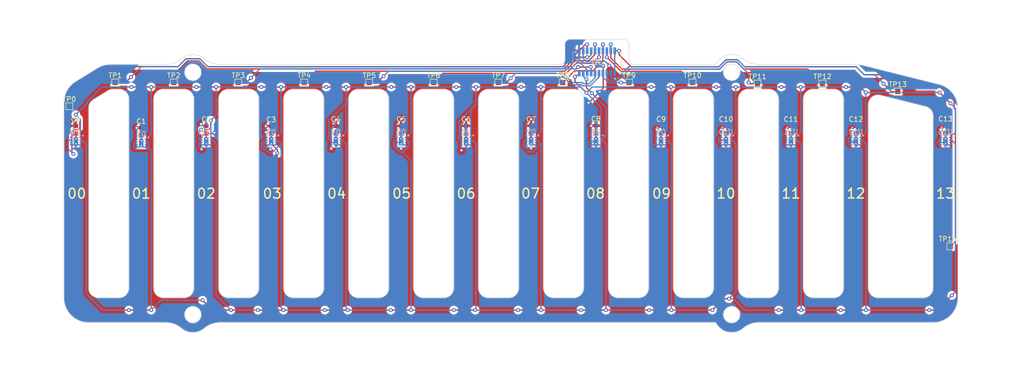
<source format=kicad_pcb>
(kicad_pcb
	(version 20240108)
	(generator "pcbnew")
	(generator_version "8.0")
	(general
		(thickness 1.6)
		(legacy_teardrops no)
	)
	(paper "A4")
	(layers
		(0 "F.Cu" signal)
		(31 "B.Cu" signal)
		(32 "B.Adhes" user "B.Adhesive")
		(33 "F.Adhes" user "F.Adhesive")
		(34 "B.Paste" user)
		(35 "F.Paste" user)
		(36 "B.SilkS" user "B.Silkscreen")
		(37 "F.SilkS" user "F.Silkscreen")
		(38 "B.Mask" user)
		(39 "F.Mask" user)
		(40 "Dwgs.User" user "User.Drawings")
		(41 "Cmts.User" user "User.Comments")
		(42 "Eco1.User" user "User.Eco1")
		(43 "Eco2.User" user "User.Eco2")
		(44 "Edge.Cuts" user)
		(45 "Margin" user)
		(46 "B.CrtYd" user "B.Courtyard")
		(47 "F.CrtYd" user "F.Courtyard")
		(48 "B.Fab" user)
		(49 "F.Fab" user)
		(50 "User.1" user)
		(51 "User.2" user)
		(52 "User.3" user)
		(53 "User.4" user)
		(54 "User.5" user)
		(55 "User.6" user)
		(56 "User.7" user)
		(57 "User.8" user)
		(58 "User.9" user)
	)
	(setup
		(stackup
			(layer "F.SilkS"
				(type "Top Silk Screen")
			)
			(layer "F.Paste"
				(type "Top Solder Paste")
			)
			(layer "F.Mask"
				(type "Top Solder Mask")
				(thickness 0.01)
			)
			(layer "F.Cu"
				(type "copper")
				(thickness 0.035)
			)
			(layer "dielectric 1"
				(type "core")
				(thickness 1.51)
				(material "FR4")
				(epsilon_r 4.5)
				(loss_tangent 0.02)
			)
			(layer "B.Cu"
				(type "copper")
				(thickness 0.035)
			)
			(layer "B.Mask"
				(type "Bottom Solder Mask")
				(thickness 0.01)
			)
			(layer "B.Paste"
				(type "Bottom Solder Paste")
			)
			(layer "B.SilkS"
				(type "Bottom Silk Screen")
			)
			(copper_finish "None")
			(dielectric_constraints no)
		)
		(pad_to_mask_clearance 0)
		(allow_soldermask_bridges_in_footprints no)
		(pcbplotparams
			(layerselection 0x00010fc_ffffffff)
			(plot_on_all_layers_selection 0x0000000_00000000)
			(disableapertmacros no)
			(usegerberextensions no)
			(usegerberattributes yes)
			(usegerberadvancedattributes yes)
			(creategerberjobfile yes)
			(dashed_line_dash_ratio 12.000000)
			(dashed_line_gap_ratio 3.000000)
			(svgprecision 4)
			(plotframeref no)
			(viasonmask no)
			(mode 1)
			(useauxorigin no)
			(hpglpennumber 1)
			(hpglpenspeed 20)
			(hpglpendiameter 15.000000)
			(pdf_front_fp_property_popups yes)
			(pdf_back_fp_property_popups yes)
			(dxfpolygonmode yes)
			(dxfimperialunits yes)
			(dxfusepcbnewfont yes)
			(psnegative no)
			(psa4output no)
			(plotreference yes)
			(plotvalue yes)
			(plotfptext yes)
			(plotinvisibletext no)
			(sketchpadsonfab no)
			(subtractmaskfromsilk no)
			(outputformat 1)
			(mirror no)
			(drillshape 1)
			(scaleselection 1)
			(outputdirectory "")
		)
	)
	(net 0 "")
	(net 1 "GND")
	(net 2 "unconnected-(U3-ALERT-Pad3)")
	(net 3 "/SDA")
	(net 4 "+3V3")
	(net 5 "/SCL")
	(net 6 "unconnected-(U6-ALERT-Pad3)")
	(net 7 "unconnected-(U7-ALERT-Pad3)")
	(net 8 "unconnected-(U1-ALERT-Pad3)")
	(net 9 "unconnected-(U2-ALERT-Pad3)")
	(net 10 "unconnected-(U4-ALERT-Pad3)")
	(net 11 "unconnected-(U5-ALERT-Pad3)")
	(net 12 "unconnected-(U8-ALERT-Pad3)")
	(net 13 "unconnected-(U9-ALERT-Pad3)")
	(net 14 "unconnected-(U10-ALERT-Pad3)")
	(net 15 "unconnected-(U11-ALERT-Pad3)")
	(net 16 "unconnected-(U12-ALERT-Pad3)")
	(net 17 "unconnected-(U13-ALERT-Pad3)")
	(net 18 "Net-(J0-Pin_13)")
	(net 19 "Net-(J0-Pin_8)")
	(net 20 "Net-(J0-Pin_5)")
	(net 21 "Net-(J0-Pin_7)")
	(net 22 "Net-(J0-Pin_1)")
	(net 23 "Net-(J0-Pin_16)")
	(net 24 "Net-(J0-Pin_12)")
	(net 25 "Net-(J0-Pin_9)")
	(net 26 "Net-(J0-Pin_11)")
	(net 27 "Net-(J0-Pin_10)")
	(net 28 "Net-(J0-Pin_14)")
	(net 29 "Net-(J0-Pin_4)")
	(net 30 "Net-(J0-Pin_3)")
	(net 31 "Net-(J0-Pin_6)")
	(net 32 "Net-(J0-Pin_15)")
	(net 33 "unconnected-(U0-ALERT-Pad3)")
	(footprint "Capacitor_SMD:C_0603_1608Metric" (layer "F.Cu") (at 65.41 86.35 -90))
	(footprint "Capacitor_SMD:C_0603_1608Metric" (layer "F.Cu") (at 91.9 86.35 -90))
	(footprint "Capacitor_SMD:C_0603_1608Metric" (layer "F.Cu") (at 144.7 86.35 -90))
	(footprint "TestPoint:TestPoint_Pad_1.0x1.0mm" (layer "F.Cu") (at 73.4 76.78))
	(footprint "Capacitor_SMD:C_0603_1608Metric" (layer "F.Cu") (at 131.51 86.35 -90))
	(footprint "Capacitor_SMD:C_0603_1608Metric" (layer "F.Cu") (at 105.1 86.375 -90))
	(footprint "TestPoint:TestPoint_Pad_1.0x1.0mm" (layer "F.Cu") (at 125.01 76.79))
	(footprint "Capacitor_SMD:C_0603_1608Metric" (layer "F.Cu") (at 118.25 86.35 -90))
	(footprint "Capacitor_SMD:C_0603_1608Metric" (layer "F.Cu") (at 242.0975 86.2725 -90))
	(footprint "TestPoint:TestPoint_Pad_1.0x1.0mm" (layer "F.Cu") (at 190.7 76.78))
	(footprint "TestPoint:TestPoint_Pad_1.0x1.0mm" (layer "F.Cu") (at 111.81 76.78))
	(footprint "TestPoint:TestPoint_Pad_1.0x1.0mm" (layer "F.Cu") (at 164.33 76.8))
	(footprint "Capacitor_SMD:C_0603_1608Metric" (layer "F.Cu") (at 197.51 86.3 -90))
	(footprint "Capacitor_SMD:C_0603_1608Metric" (layer "F.Cu") (at 184.3 86.3 -90))
	(footprint "TestPoint:TestPoint_Pad_1.0x1.0mm" (layer "F.Cu") (at 85.3 76.78))
	(footprint "TestPoint:TestPoint_Pad_1.0x1.0mm" (layer "F.Cu") (at 98.41 76.78))
	(footprint "TestPoint:TestPoint_Pad_1.0x1.0mm" (layer "F.Cu") (at 64.1 81.6))
	(footprint "TestPoint:TestPoint_Pad_1.0x1.0mm" (layer "F.Cu") (at 138.1 76.79))
	(footprint "TestPoint:TestPoint_Pad_1.0x1.0mm" (layer "F.Cu") (at 217.1 77))
	(footprint "Capacitor_SMD:C_0603_1608Metric" (layer "F.Cu") (at 78.7 86.75 -90))
	(footprint "TestPoint:TestPoint_Pad_1.0x1.0mm" (layer "F.Cu") (at 203.9 77))
	(footprint "TestPoint:TestPoint_Pad_1.0x1.0mm" (layer "F.Cu") (at 151.26 76.78))
	(footprint "Capacitor_SMD:C_0603_1608Metric" (layer "F.Cu") (at 171.09 86.3 -90))
	(footprint "TestPoint:TestPoint_Pad_1.0x1.0mm" (layer "F.Cu") (at 177.8 76.79))
	(footprint "TestPoint:TestPoint_Pad_1.0x1.0mm" (layer "F.Cu") (at 243.1 110.05))
	(footprint "TestPoint:TestPoint_Pad_1.0x1.0mm" (layer "F.Cu") (at 232.4 78.6))
	(footprint "Capacitor_SMD:C_0603_1608Metric" (layer "F.Cu") (at 210.695 86.3 -90))
	(footprint "Capacitor_SMD:C_0603_1608Metric" (layer "F.Cu") (at 223.9 86.32783 -90))
	(footprint "Capacitor_SMD:C_0603_1608Metric" (layer "F.Cu") (at 157.9 86.325 -90))
	(footprint "Package_SON:WSON-8-1EP_2x2mm_P0.5mm_EP0.9x1.6mm_ThermalVias" (layer "B.Cu") (at 242.0975 88.6975 180))
	(footprint "Package_SON:WSON-8-1EP_2x2mm_P0.5mm_EP0.9x1.6mm_ThermalVias" (layer "B.Cu") (at 210.695 88.7 180))
	(footprint "Package_SON:WSON-8-1EP_2x2mm_P0.5mm_EP0.9x1.6mm_ThermalVias" (layer "B.Cu") (at 118.25 88.7 180))
	(footprint "Package_SON:WSON-8-1EP_2x2mm_P0.5mm_EP0.9x1.6mm_ThermalVias" (layer "B.Cu") (at 105.1 88.7 180))
	(footprint "MV_Abnehmerplatine:533092070" (layer "B.Cu") (at 171.3 72.6))
	(footprint "Package_SON:WSON-8-1EP_2x2mm_P0.5mm_EP0.9x1.6mm_ThermalVias" (layer "B.Cu") (at 144.7 88.7 180))
	(footprint "Package_SON:WSON-8-1EP_2x2mm_P0.5mm_EP0.9x1.6mm_ThermalVias" (layer "B.Cu") (at 184.3 88.7 180))
	(footprint "Package_SON:WSON-8-1EP_2x2mm_P0.5mm_EP0.9x1.6mm_ThermalVias" (layer "B.Cu") (at 223.9 88.70283 180))
	(footprint "Package_SON:WSON-8-1EP_2x2mm_P0.5mm_EP0.9x1.6mm_ThermalVias" (layer "B.Cu") (at 157.9 88.7 180))
	(footprint "Package_SON:WSON-8-1EP_2x2mm_P0.5mm_EP0.9x1.6mm_ThermalVias" (layer "B.Cu") (at 131.51 88.7 180))
	(footprint "Package_SON:WSON-8-1EP_2x2mm_P0.5mm_EP0.9x1.6mm_ThermalVias" (layer "B.Cu") (at 78.7 89.1 180))
	(footprint "Package_SON:WSON-8-1EP_2x2mm_P0.5mm_EP0.9x1.6mm_ThermalVias"
		(layer "B.Cu")
		(uuid "bc99cb69-52d8-4735-b129-657ba5f5a6c1")
		(at 65.41 88.7 180)
		(descr "8-Lead Plastic WSON, 2x2mm Body, 0.5mm Pitch, WSON-8, http://www.ti.com/lit/ds/symlink/lm27761.pdf")
		(tags "WSON 8 1EP ThermalVias")
		(property "Reference" "U0"
			(at 0.0075 1.9 180)
			(layer "B.SilkS")
			(uuid "6b65e796-1b13-42b0-91fc-988b17cca95a")
			(effects
				(font
					(size 1 1)
					(thickness 0.15)
				)
				(justify mirror)
			)
		)
		(property "Value" "TMP1075DSG"
			(at 0.01 -2.14 180)
			(layer "B.Fab")
			(uuid "e3db4b3e-54b0-4c1e-8217-fda1b6491dd7")
			(effects
				(font
					(size 1 1)
					(thickness 0.15)
				)
				(justify mirror)
			)
		)
		(property "Footprint" "Package_SON:WSON-8-1EP_2x2mm_P0.5mm_EP0.9x1.6mm_ThermalVias"
			(at 0 0 0)
			(unlocked yes)
			(layer "B.Fab")
			(hide yes)
			(uuid "b436418e-0b92-43e7-95c9-6a472317b870")
			(effects
				(font
					(size 1.27 1.27)
				)
				(justify mirror)
			)
		)
		(property "Datasheet" "https://www.ti.com/lit/gpn/tmp1075"
			(at 0 0 0)
			(unlocked yes)
			(layer "B.Fab")
			(hide yes)
			(uuid "eded17bb-3a70-4b47-a14b-a18e8dcbc1f0")
			(effects
				(font
					(size 1.27 1.27)
				)
				(justify mirror)
			)
		)
		(property "Description" ""
			(at 0 0 0)
			(unlocked yes)
			(layer "B.Fab")
			(hide yes)
			(uuid "6a1d0a3c-98cd-42b0-a61d-ead694c941f1")
			(effects
				(font
					(size 1.27 1.27)
				)
				(justify mirror)
			)
		)
		(property ki_fp_filters "WSON*1EP*2x2mm*P0.5mm*")
		(path "/370bf119-7991-47bc-850d-7c2a530976ed")
		(sheetname "Root")
		(sheetfile "MV_Abnehmerplatine.kicad_sch")
		(attr smd)
		(fp_line
			(start 1 -1.14)
			(end -1 -1.14)
			(stroke
				(width 0.12)
				(type solid)
			)
			(layer "B.SilkS")
			(uuid "ba82c6a1-94d9-46ec-bad4-34f764ab26da")
		)
		(fp_line
			(start 0.99 1.14)
			(end -1.01 1.14)
			(stroke
				(width 0.12)
				(type solid)
			)
			(layer "B.SilkS")
			(uuid "d1c42c8e-36f0-4f9d-9762-906d7779cf76")
		)
		(fp_poly
			(pts
				(xy -1.37 1.07) (xy -1.65 1.07) (xy -1.37 1.35) (xy -1.37 1.07)
			)
			(stroke
				(width 0.12)
				(type solid)
			)
			(fill solid)
			(layer "B.SilkS")
			(uuid "87a40e1b-7d71-44f9-bb18-6f0942c87780")
		)
		(fp_line
			(start 1.6 1.25)
			(end -1.6 1.25)
			(stroke
				(width 0.05)
				(type solid)
			)
			(layer "B.CrtYd")
			(uuid "b51c8d5f-9fc6-4a38-89ea-2c5dab57e99f")
		)
		(fp_line
			(start 1.6 -1.25)
			(end 1.6 1.25)
			(stroke
				(width 0.05)
				(type solid)
			)
			(layer "B.CrtYd")
			(uuid "3edb351f-ae03-45e6-a85b-c19274b0060f")
		)
		(fp_line
			(start 1.6 -1.25)
			(end -1.6 -1.25)
			(stroke
				(width 0.05)
				(type solid)
			)
			(layer "B.CrtYd")
			(uuid "67e78579-e963-4e57-a68b-81751edd3583")
		)
		(fp_line
			(start -1.6 -1.25)
			(end -1.6 1.25)
			(stroke
				(width 0.05)
				(type solid)
			)
			(layer "B.CrtYd")
			(uuid "de0b1d67-3409-49b2-b6cb-f6c1d3513d21")
		)
		(fp_line
			(start 1 1)
			(end -0.5 1)
			(stroke
				(width 0.1)
				(type solid)
			)
			(layer "B.Fab")
			(uuid "df3529f7-167a-4411-a1eb-b7da8105b80c")
		)
		(fp_line
			(start 1 -1)
			(end 1 1)
			(stroke
				(width 0.1)
				(type solid)
			)
			(layer "B.Fab")
			(uuid "f84a423b-052e-49dd-9cc6-a9da88108ae8")
		)
		(fp_line
			(start -1 0.5)
			(end -0.5 1)
			(stroke
				(width 0.1)
				(type solid)
			)
			(layer "B.Fab")
			(uuid "003bf31e-ecb0-4b4c-9f9e-94693f84f34b")
		)
		(fp_line
			(start -1 0.5)
			(end -1 -1)
			(stroke
				(width 0.1)
				(type solid)
			)
			(layer "B.Fab")
			(uuid "96ae76b6-9134-499c-a5f3-d74c796a7f6d")
		)
		(fp_line
			(start -1 -1)
			(end 1 -1)
			(stroke
				(width 0.1)
				(type solid)
			)
			(layer "B.Fab")
			(uuid "ac7628ca-b384-4db3-bed5-78b81ee11b06")
		)
		(fp_text user "${REFERENCE}"
			(at 0 0 180)
			(layer "B.Fab")
			(uuid "18ea70ef-61fa-4bab-b6aa-8d26ea85b8c4")
			(effects
				(font
					(size 0.7 0.7)
					(thickness 0.1)
				)
				(justify mirror)
			)
		)
		(pad "" smd rect
			(at 0 -0.4 180)
			(size 0.75 0.65)
			(layers "B.Paste")
			(uuid "4a3d18eb-8e94-4889-8ca8-bd1a73b4a52f")
		)
		(pad "" smd rect
			(at 0 0.4 180)
			(size 0.75 0.65)
			(layers "B.Paste")
			(uuid "3335ef1b-5da8-4c41-9694-90bc7890471a")
		)
		(pad "1" smd roundrect
			(at -0.95 0.75 180)
			(size 0.5 0.25)
			(layers "B.Cu" "B.Paste" "B.Mask")
			(roundrect_rratio 0.25)
			(net 3 "/SDA")
			(pinfunction "SDA")
			(pintype "bidirectional")
			(uuid "99cada5e-108a-4206-a8bb-a40e41ddbe18")
		)
		(pad "2" smd roundrect
			(at -0.95 0.25 180)
			(size 0.5 0.25)
			(layers "B.Cu" "B.Paste" "B.Mask")
			(roundrect_rratio 0.25)
			(net 5 "/SCL")
			(pinfunction "SCL")
			(pintype "input")
			(uuid "0895fc9c-ffb2-4120-a4e6-2626fbf698fc")
		)
		(pad "3" smd roundrect
			(at -0.95 -0.25 180)
			(size 0.5 0.25)
			(layers "B.Cu" "B.Paste" "B.Mask")
			(roundrect_rratio 0.25)
			(net 33 "unconnected-(U0-ALERT-Pad3)")
			(pinfunction "ALERT")
			(pintype "open_collector+no_connect")
			(uuid "8043dff1-864a-4c5e-86df-0135308d9d4f")
		)
		(pad "4" smd roundrect
			(at -0.95 -0.75 180)
			(size 0.5 0.25)
			(layers "B.Cu" "B.Paste" "B.Mask")
			(roundrect_rratio 0.25)
			(net 1 "GND")
			(pinfunction "GND")
			(pintype "power_in")
			(uuid "c4c2d768-6c44-4103-aa5f-f4103fa4aa7b")
		)
		(pad "5" smd roundrect
			(at 0.95 -0.75 180)
			(size 0.5 0.25)
			(layers "B.Cu" "B.Paste" "B.Mask")
			(roundrect_rratio 0.25)
			(net 1 "GND")
			(pinfunction "A2")
			(pintype "input")
			(uuid "8dbd584f-97e8-4f6f-ae1f-13e7c0f840ee")
		)
		(pad "6" smd roundrect
			(at 0.95 -0.25 180)
			(size 0.5 0.25)
			(layers "B.Cu" "B.Paste" "B.Mask")
			(roundrect_rratio 0.25)
			(net 1 "GND")
			(pinfunction "A1")
			(pintype "input")
			(uuid "8bca8531-2b99-4852-bb10-9262975fe836")
		)
		(pad "7" smd roundrect
			(at 0.95 0.25 180)
			(size 0.5 0.25)
			(layers "B.Cu" "B.Paste" "B.Mask")
			(roundrect_rratio 0.25)
			(net 3 "/SDA")
			(pinfunction "A0")
			(pintype "input")
			(uuid "50311af1-faff-4c3a-8df5-e8934c5ddde9")
		)
		(pad "8" smd 
... [561864 chars truncated]
</source>
